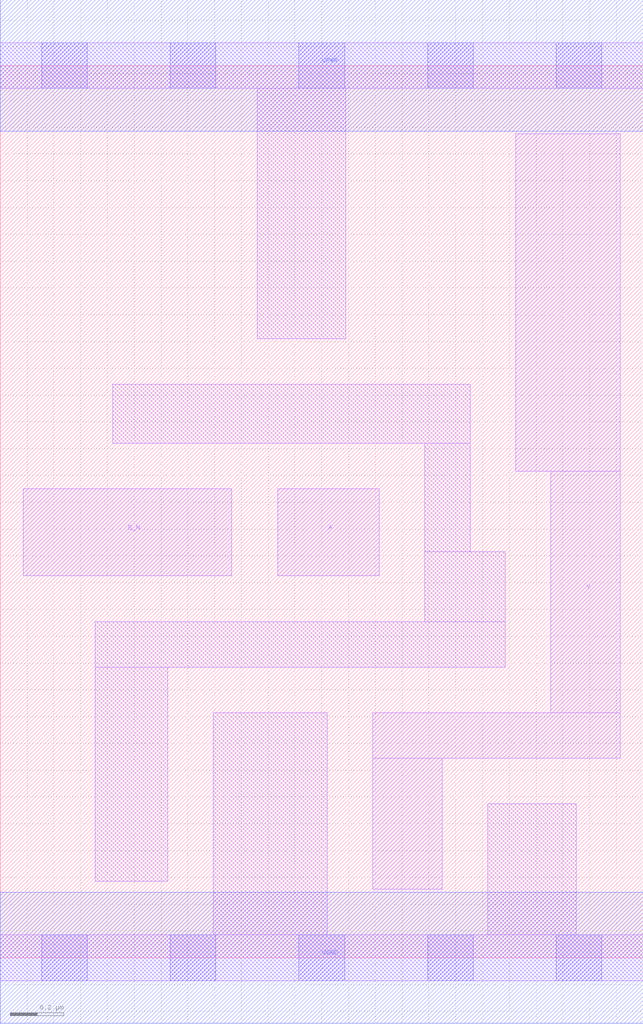
<source format=lef>
# Copyright 2020 The SkyWater PDK Authors
#
# Licensed under the Apache License, Version 2.0 (the "License");
# you may not use this file except in compliance with the License.
# You may obtain a copy of the License at
#
#     https://www.apache.org/licenses/LICENSE-2.0
#
# Unless required by applicable law or agreed to in writing, software
# distributed under the License is distributed on an "AS IS" BASIS,
# WITHOUT WARRANTIES OR CONDITIONS OF ANY KIND, either express or implied.
# See the License for the specific language governing permissions and
# limitations under the License.
#
# SPDX-License-Identifier: Apache-2.0

VERSION 5.7 ;
  NAMESCASESENSITIVE ON ;
  NOWIREEXTENSIONATPIN ON ;
  DIVIDERCHAR "/" ;
  BUSBITCHARS "[]" ;
UNITS
  DATABASE MICRONS 200 ;
END UNITS
MACRO sky130_fd_sc_lp__nor2b_1
  CLASS CORE ;
  SOURCE USER ;
  FOREIGN sky130_fd_sc_lp__nor2b_1 ;
  ORIGIN  0.000000  0.000000 ;
  SIZE  2.400000 BY  3.330000 ;
  SYMMETRY X Y R90 ;
  SITE unit ;
  PIN A
    ANTENNAGATEAREA  0.315000 ;
    DIRECTION INPUT ;
    USE SIGNAL ;
    PORT
      LAYER li1 ;
        RECT 1.035000 1.425000 1.415000 1.750000 ;
    END
  END A
  PIN B_N
    ANTENNAGATEAREA  0.126000 ;
    DIRECTION INPUT ;
    USE SIGNAL ;
    PORT
      LAYER li1 ;
        RECT 0.085000 1.425000 0.865000 1.750000 ;
    END
  END B_N
  PIN Y
    ANTENNADIFFAREA  0.852600 ;
    DIRECTION OUTPUT ;
    USE SIGNAL ;
    PORT
      LAYER li1 ;
        RECT 1.390000 0.255000 1.650000 0.745000 ;
        RECT 1.390000 0.745000 2.315000 0.915000 ;
        RECT 1.925000 1.815000 2.315000 3.075000 ;
        RECT 2.055000 0.915000 2.315000 1.815000 ;
    END
  END Y
  PIN VGND
    DIRECTION INOUT ;
    USE GROUND ;
    PORT
      LAYER met1 ;
        RECT 0.000000 -0.245000 2.400000 0.245000 ;
    END
  END VGND
  PIN VPWR
    DIRECTION INOUT ;
    USE POWER ;
    PORT
      LAYER met1 ;
        RECT 0.000000 3.085000 2.400000 3.575000 ;
    END
  END VPWR
  OBS
    LAYER li1 ;
      RECT 0.000000 -0.085000 2.400000 0.085000 ;
      RECT 0.000000  3.245000 2.400000 3.415000 ;
      RECT 0.355000  0.285000 0.625000 1.085000 ;
      RECT 0.355000  1.085000 1.885000 1.255000 ;
      RECT 0.420000  1.920000 1.755000 2.140000 ;
      RECT 0.795000  0.085000 1.220000 0.915000 ;
      RECT 0.960000  2.310000 1.290000 3.245000 ;
      RECT 1.585000  1.255000 1.885000 1.515000 ;
      RECT 1.585000  1.515000 1.755000 1.920000 ;
      RECT 1.820000  0.085000 2.150000 0.575000 ;
    LAYER mcon ;
      RECT 0.155000 -0.085000 0.325000 0.085000 ;
      RECT 0.155000  3.245000 0.325000 3.415000 ;
      RECT 0.635000 -0.085000 0.805000 0.085000 ;
      RECT 0.635000  3.245000 0.805000 3.415000 ;
      RECT 1.115000 -0.085000 1.285000 0.085000 ;
      RECT 1.115000  3.245000 1.285000 3.415000 ;
      RECT 1.595000 -0.085000 1.765000 0.085000 ;
      RECT 1.595000  3.245000 1.765000 3.415000 ;
      RECT 2.075000 -0.085000 2.245000 0.085000 ;
      RECT 2.075000  3.245000 2.245000 3.415000 ;
  END
END sky130_fd_sc_lp__nor2b_1

</source>
